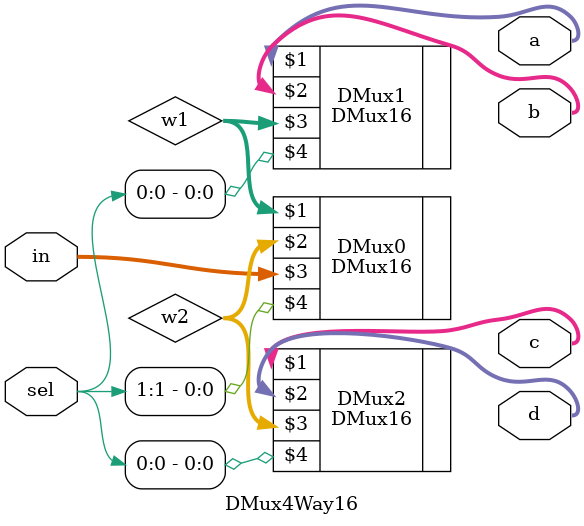
<source format=v>
/* módulo DMux4Way16 */
/* Leonardo Vecchi Meirelles - 12011ECP002 */

`ifndef _DMux4Way16_
`define _DMux4Way16_
`include "DMux16.v"

module DMux4Way16(a, b, c, d, in, sel);
    input [15:0] in; 
    input [1:0] sel;
    output [15:0] a, b, c, d;
    wire [15:0] w1, w2;

    DMux16 DMux0(w1, w2, in, sel[1]);
    DMux16 DMux1(a, b, w1, sel[0]);
    DMux16 DMux2(c, d, w2, sel[0]);



    // Descrição de conexões internas do módulo

endmodule

`endif
</source>
